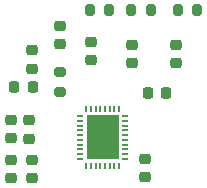
<source format=gbr>
%TF.GenerationSoftware,KiCad,Pcbnew,8.0.6-8.0.6-0~ubuntu24.04.1*%
%TF.CreationDate,2025-01-16T22:58:50-08:00*%
%TF.ProjectId,reaction_wheel,72656163-7469-46f6-9e5f-776865656c2e,v1a*%
%TF.SameCoordinates,Original*%
%TF.FileFunction,Paste,Top*%
%TF.FilePolarity,Positive*%
%FSLAX46Y46*%
G04 Gerber Fmt 4.6, Leading zero omitted, Abs format (unit mm)*
G04 Created by KiCad (PCBNEW 8.0.6-8.0.6-0~ubuntu24.04.1) date 2025-01-16 22:58:50*
%MOMM*%
%LPD*%
G01*
G04 APERTURE LIST*
G04 Aperture macros list*
%AMRoundRect*
0 Rectangle with rounded corners*
0 $1 Rounding radius*
0 $2 $3 $4 $5 $6 $7 $8 $9 X,Y pos of 4 corners*
0 Add a 4 corners polygon primitive as box body*
4,1,4,$2,$3,$4,$5,$6,$7,$8,$9,$2,$3,0*
0 Add four circle primitives for the rounded corners*
1,1,$1+$1,$2,$3*
1,1,$1+$1,$4,$5*
1,1,$1+$1,$6,$7*
1,1,$1+$1,$8,$9*
0 Add four rect primitives between the rounded corners*
20,1,$1+$1,$2,$3,$4,$5,0*
20,1,$1+$1,$4,$5,$6,$7,0*
20,1,$1+$1,$6,$7,$8,$9,0*
20,1,$1+$1,$8,$9,$2,$3,0*%
G04 Aperture macros list end*
%ADD10RoundRect,0.225000X-0.250000X0.225000X-0.250000X-0.225000X0.250000X-0.225000X0.250000X0.225000X0*%
%ADD11R,0.000001X0.250001*%
%ADD12O,0.600000X0.200000*%
%ADD13O,0.200000X0.600000*%
%ADD14R,2.700000X3.700000*%
%ADD15RoundRect,0.225000X0.225000X0.250000X-0.225000X0.250000X-0.225000X-0.250000X0.225000X-0.250000X0*%
%ADD16RoundRect,0.200000X0.200000X0.275000X-0.200000X0.275000X-0.200000X-0.275000X0.200000X-0.275000X0*%
%ADD17RoundRect,0.225000X0.250000X-0.225000X0.250000X0.225000X-0.250000X0.225000X-0.250000X-0.225000X0*%
%ADD18RoundRect,0.200000X-0.275000X0.200000X-0.275000X-0.200000X0.275000X-0.200000X0.275000X0.200000X0*%
%ADD19RoundRect,0.225000X-0.225000X-0.250000X0.225000X-0.250000X0.225000X0.250000X-0.225000X0.250000X0*%
G04 APERTURE END LIST*
D10*
%TO.C,C3*%
X143897500Y-70522500D03*
X143897500Y-72072500D03*
%TD*%
D11*
%TO.C,U1*%
X136650000Y-76975000D03*
X136650000Y-77900000D03*
X136650000Y-78825000D03*
X136650000Y-79750000D03*
X137325000Y-76975000D03*
X137325000Y-77900000D03*
X137325000Y-78825000D03*
X137325000Y-79750000D03*
X138000000Y-76975000D03*
X138000000Y-77900000D03*
X138000000Y-78825000D03*
X138000000Y-79750000D03*
X138675000Y-76975000D03*
X138675000Y-77900000D03*
X138675000Y-78825000D03*
X138675000Y-79750000D03*
D12*
X135762500Y-76562500D03*
X135762500Y-76962500D03*
X135762500Y-77362500D03*
X135762500Y-77762500D03*
X135762500Y-78162500D03*
X135762500Y-78562500D03*
X135762500Y-78962500D03*
X135762500Y-79362500D03*
X135762500Y-79762500D03*
X135762500Y-80162500D03*
D13*
X136262500Y-80762500D03*
X136662500Y-80762500D03*
X137062500Y-80762500D03*
X137462500Y-80762500D03*
X137862500Y-80762500D03*
X138262500Y-80762500D03*
X138662500Y-80762500D03*
X139062500Y-80762500D03*
D12*
X139562500Y-80162500D03*
X139562500Y-79762500D03*
X139562500Y-79362500D03*
X139562500Y-78962500D03*
X139562500Y-78562500D03*
X139562500Y-78162500D03*
X139562500Y-77762500D03*
X139562500Y-77362500D03*
X139562500Y-76962500D03*
X139562500Y-76562500D03*
D13*
X139062500Y-75962500D03*
X138662500Y-75962500D03*
X138262500Y-75962500D03*
X137862500Y-75962500D03*
X137462500Y-75962500D03*
X137062500Y-75962500D03*
X136662500Y-75962500D03*
X136262500Y-75962500D03*
D14*
X137662500Y-78362500D03*
%TD*%
D10*
%TO.C,C2*%
X136662500Y-70287500D03*
X136662500Y-71837500D03*
%TD*%
D15*
%TO.C,C9*%
X143012500Y-74562500D03*
X141462500Y-74562500D03*
%TD*%
D10*
%TO.C,C4*%
X131662500Y-70987500D03*
X131662500Y-72537500D03*
%TD*%
%TO.C,C8*%
X134062500Y-68887500D03*
X134062500Y-70437500D03*
%TD*%
%TO.C,C10*%
X129862500Y-76887500D03*
X129862500Y-78437500D03*
%TD*%
D16*
%TO.C,R4*%
X138237500Y-67562500D03*
X136587500Y-67562500D03*
%TD*%
D10*
%TO.C,C7*%
X141262500Y-80187500D03*
X141262500Y-81737500D03*
%TD*%
D17*
%TO.C,C12*%
X131662500Y-81812500D03*
X131662500Y-80262500D03*
%TD*%
D18*
%TO.C,R5*%
X134062500Y-72837500D03*
X134062500Y-74487500D03*
%TD*%
D10*
%TO.C,C11*%
X131412500Y-76912500D03*
X131412500Y-78462500D03*
%TD*%
D16*
%TO.C,R1*%
X141722500Y-67562500D03*
X140072500Y-67562500D03*
%TD*%
D17*
%TO.C,C6*%
X129862500Y-81812500D03*
X129862500Y-80262500D03*
%TD*%
D10*
%TO.C,C1*%
X140122500Y-70522500D03*
X140122500Y-72072500D03*
%TD*%
D19*
%TO.C,C5*%
X130187500Y-74062500D03*
X131737500Y-74062500D03*
%TD*%
D16*
%TO.C,R2*%
X145662500Y-67562500D03*
X144012500Y-67562500D03*
%TD*%
M02*

</source>
